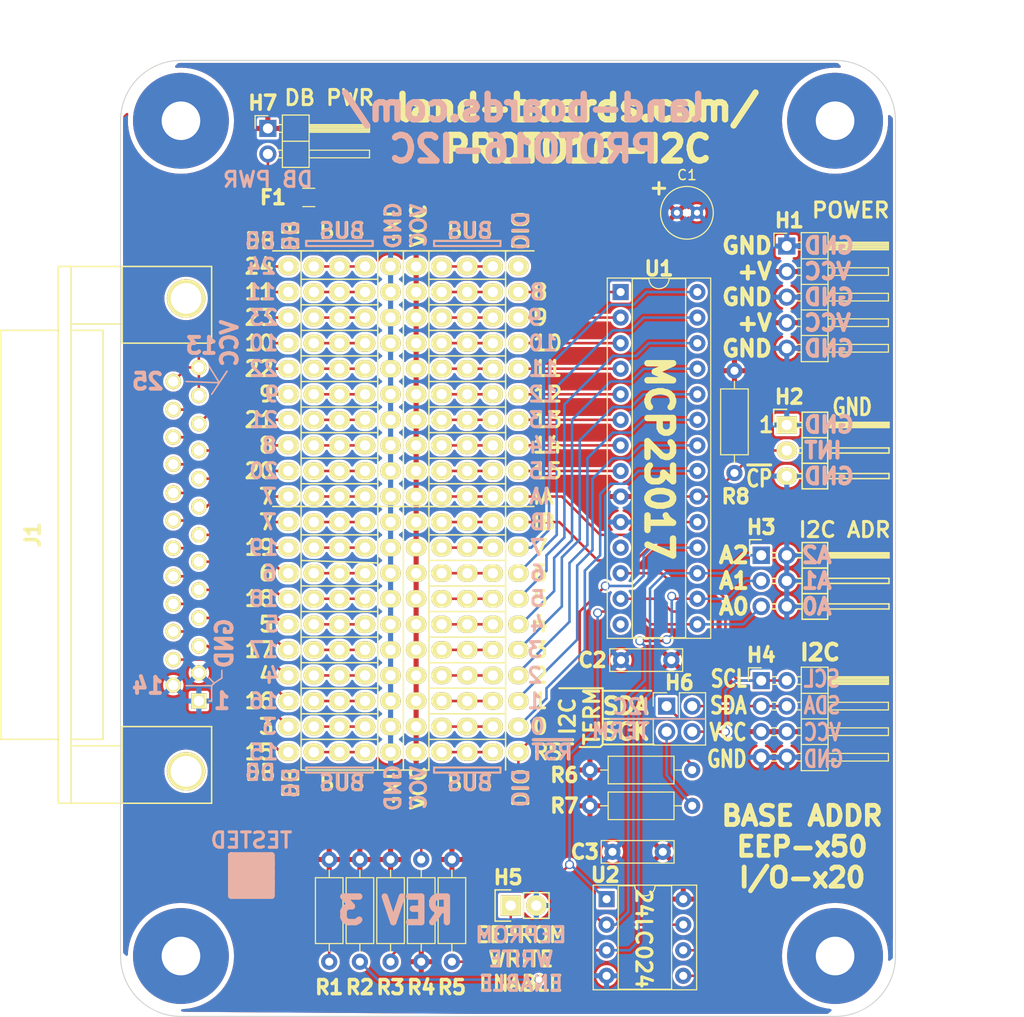
<source format=kicad_pcb>
(kicad_pcb (version 20211014) (generator pcbnew)
  (title_block (title "8-Channel Opto-Isolated Output I2C") (rev "X1") (company "land-boards.com"))
  (layers (0 "F.Cu" signal) (31 "B.Cu" signal) (36 "B.SilkS" user "B.Silkscreen") (37 "F.SilkS" user "F.Silkscreen") (38 "B.Mask" user) (39 "F.Mask" user) (44 "Edge.Cuts" user))
  (net 0 "")
  (net 1 "/A1")
  (net 2 "/A2")
  (net 3 "/SCL")
  (net 4 "/SDA")
  (net 5 "GND")
  (net 6 "/RST")
  (net 7 "Net-(P1-Pad2)")
  (net 8 "Net-(P1-Pad3)")
  (net 9 "Net-(P1-Pad4)")
  (net 10 "Net-(P1-Pad5)")
  (net 11 "Net-(P1-Pad6)")
  (net 12 "Net-(P1-Pad7)")
  (net 13 "Net-(F1-Pad2)")
  (net 14 "Net-(P1-Pad9)")
  (net 15 "+5V")
  (net 16 "Net-(P10-Pad2)")
  (net 17 "Net-(H5-Pad1)")
  (net 18 "Net-(P3-Pad8)")
  (net 19 "Net-(P4-Pad3)")
  (net 20 "Net-(P4-Pad4)")
  (net 21 "Net-(P4-Pad5)")
  (net 22 "Net-(P4-Pad6)")
  (net 23 "Net-(P10-Pad9)")
  (net 24 "Net-(P4-Pad7)")
  (net 25 "Net-(P11-Pad3)")
  (net 26 "Net-(P11-Pad4)")
  (net 27 "Net-(P11-Pad5)")
  (net 28 "Net-(P11-Pad6)")
  (net 29 "Net-(P11-Pad7)")
  (net 30 "Net-(P11-Pad8)")
  (net 31 "Net-(P11-Pad9)")
  (net 32 "Net-(P12-Pad2)")
  (net 33 "Net-(P12-Pad3)")
  (net 34 "Net-(P12-Pad4)")
  (net 35 "Net-(P12-Pad5)")
  (net 36 "Net-(P12-Pad6)")
  (net 37 "Net-(P12-Pad7)")
  (net 38 "Net-(P12-Pad8)")
  (net 39 "Net-(P12-Pad9)")
  (net 40 "Net-(P1-Pad10)")
  (net 41 "Net-(P11-Pad1)")
  (net 42 "Net-(P11-Pad10)")
  (net 43 "Net-(P12-Pad1)")
  (net 44 "Net-(P12-Pad10)")
  (net 45 "Net-(P10-Pad1)")
  (net 46 "Net-(P10-Pad10)")
  (net 47 "Net-(P1-Pad1)")
  (net 48 "Net-(H6-Pad1)")
  (net 49 "Net-(H6-Pad3)")
  (net 50 "/B8")
  (net 51 "/B9")
  (net 52 "/B10")
  (net 53 "/B11")
  (net 54 "/B20")
  (net 55 "/B21")
  (net 56 "/B22")
  (net 57 "/B23")
  (net 58 "/B3")
  (net 59 "/B4")
  (net 60 "/B5")
  (net 61 "/B6")
  (net 62 "/B7")
  (net 63 "/B15")
  (net 64 "/B16")
  (net 65 "/B17")
  (net 66 "/B18")
  (net 67 "/B19")
  (net 68 "/B24")
  (net 69 "/G7")
  (net 70 "/G6")
  (net 71 "/G5")
  (net 72 "/G4")
  (net 73 "/G3")
  (net 74 "/G2")
  (net 75 "/G1")
  (net 76 "/G0")
  (net 77 "/G8")
  (net 78 "/G9")
  (net 79 "/G10")
  (net 80 "/G11")
  (net 81 "/G12")
  (net 82 "/G13")
  (net 83 "/G14")
  (net 84 "/G15")
  (net 85 "/IA")
  (net 86 "/IB")
  (net 87 "/A0")
  (net 88 "Net-(P4-Pad8)")
  (net 89 "Net-(P13-Pad2)")
  (footprint "LandBoards_MountHoles:MTG-6-32" (layer "F.Cu") (at 16 16 180)
    (fp_text reference "MTG4" hide)
    (fp_text value "MTG_HOLE" hide)
  )
  (footprint "LandBoards_MountHoles:MTG-6-32" (layer "F.Cu") (at 81 16 180)
    (fp_text reference "MTG3" hide)
    (fp_text value "MTG_HOLE" hide)
  )
  (footprint "LandBoards_MountHoles:MTG-6-32" (layer "F.Cu") (at 16 99 180)
    (fp_text reference "MTG2" hide)
    (fp_text value "MTG_HOLE" hide)
  )
  (footprint "LandBoards_MountHoles:MTG-6-32" (layer "F.Cu") (at 81 99 180)
    (fp_text reference "MTG1" hide)
    (fp_text value "MTG_HOLE" hide)
  )
  (footprint "Fuse:Fuse_1206_3216Metric_Pad1.42x1.75mm_HandSolder" (layer "F.Cu") (at 28.702 23.622 180)
    (fp_text reference "F1")
    (fp_text value "FUSE")
  )
  (footprint "Pin_Headers:Pin_Header_Straight_1x02" (layer "F.Cu") (at 48.768 93.98 90)
    (fp_text reference "H5")
    (fp_text value "CONN_01X02" hide)
  )
  (footprint "Capacitor_THT:C_Rect_L7.0mm_W2.0mm_P5.00mm" (layer "F.Cu") (at 64.73 69.596 180)
    (fp_text reference "C2")
    (fp_text value "0.1uF")
  )
  (footprint "Capacitor_THT:C_Rect_L7.0mm_W2.0mm_P5.00mm" (layer "F.Cu") (at 63.881 88.646 180)
    (fp_text reference "C3")
    (fp_text value "0.1uF")
  )
  (footprint "Package_DIP:DIP-28_W7.62mm_Socket" (layer "F.Cu") (at 59.69 33.02)
    (fp_text reference "U1")
    (fp_text value "MCP23017P")
  )
  (footprint "Package_DIP:DIP-8_W7.62mm_Socket" (layer "F.Cu") (at 58.293 93.345)
    (fp_text reference "U2")
    (fp_text value "24C01")
  )
  (footprint "Connector_PinHeader_2.54mm:PinHeader_2x04_P2.54mm_Horizontal" (layer "F.Cu") (at 73.66 71.628)
    (fp_text reference "H4")
    (fp_text value "CONN_02X04")
  )
  (footprint "Connector_PinHeader_2.54mm:PinHeader_1x05_P2.54mm_Horizontal" (layer "F.Cu") (at 76.2 28.448)
    (fp_text reference "H1")
    (fp_text value "CONN_01X05")
  )
  (footprint "Resistor_THT:R_Axial_DIN0207_L6.3mm_D2.5mm_P10.16mm_Horizontal" (layer "F.Cu") (at 66.802 80.518 180)
    (fp_text reference "R6")
    (fp_text value "2.2K")
  )
  (footprint "Resistor_THT:R_Axial_DIN0207_L6.3mm_D2.5mm_P10.16mm_Horizontal" (layer "F.Cu") (at 66.802 84.074 180)
    (fp_text reference "R7")
    (fp_text value "2.2K")
  )
  (footprint "Resistor_THT:R_Axial_DIN0207_L6.3mm_D2.5mm_P10.16mm_Horizontal" (layer "F.Cu") (at 71 51 90)
    (fp_text reference "R8")
    (fp_text value "10K")
  )
  (footprint "Resistor_THT:R_Axial_DIN0207_L6.3mm_D2.5mm_P10.16mm_Horizontal" (layer "F.Cu") (at 39.878 89.408 -90)
    (fp_text reference "R4")
    (fp_text value "10K")
  )
  (footprint "Resistor_THT:R_Axial_DIN0207_L6.3mm_D2.5mm_P10.16mm_Horizontal" (layer "F.Cu") (at 42.926 99.568 90)
    (fp_text reference "R5")
    (fp_text value "1K")
  )
  (footprint "Resistor_THT:R_Axial_DIN0207_L6.3mm_D2.5mm_P10.16mm_Horizontal" (layer "F.Cu") (at 33.782 99.568 90)
    (fp_text reference "R2")
    (fp_text value "10K")
  )
  (footprint "Resistor_THT:R_Axial_DIN0207_L6.3mm_D2.5mm_P10.16mm_Horizontal" (layer "F.Cu") (at 36.83 99.568 90)
    (fp_text reference "R3")
    (fp_text value "10K")
  )
  (footprint "Connector_PinHeader_2.54mm:PinHeader_2x02_P2.54mm_Vertical" (layer "F.Cu") (at 64.262 74.168)
    (fp_text reference "H6")
    (fp_text value "CONN_02X02")
  )
  (footprint "Capacitor_THT:C_Radial_D5.0mm_H5.0mm_P2.00mm" (layer "F.Cu") (at 65.278 25.146)
    (fp_text reference "C1")
    (fp_text value "47uF")
  )
  (footprint "LandBoards_Conns:DB25FC" (layer "F.Cu") (at 16.51 57.15 90)
    (fp_text reference "J1")
    (fp_text value "DB25")
  )
  (footprint "LandBoards_Conns:Pin_Hdr_1x10_No_SS" (layer "F.Cu") (at 41.91 30.48)
    (fp_text reference "P1" hide)
    (fp_text value "CONN_01X10" hide)
  )
  (footprint "LandBoards_Conns:Pin_Hdr_1x10_No_SS" (layer "F.Cu") (at 44.45 55.88)
    (fp_text reference "P99" hide)
    (fp_text value "CONN_01X10" hide)
  )
  (footprint "LandBoards_Conns:Pin_Hdr_1x10_No_SS" (layer "F.Cu") (at 46.99 30.48)
    (fp_text reference "P3" hide)
    (fp_text value "CONN_01X10" hide)
  )
  (footprint "LandBoards_Conns:Pin_Hdr_1x10_No_SS" (layer "F.Cu") (at 46.99 55.88)
    (fp_text reference "P4" hide)
    (fp_text value "CONN_01X10" hide)
  )
  (footprint "LandBoards_Conns:Pin_Hdr_1x10_No_SS" (layer "F.Cu") (at 44.45 30.48)
    (fp_text reference "P7" hide)
    (fp_text value "CONN_01X10" hide)
  )
  (footprint "LandBoards_Conns:Pin_Hdr_1x10_No_SS" (layer "F.Cu") (at 41.91 55.88)
    (fp_text reference "P10" hide)
    (fp_text value "CONN_01X10" hide)
  )
  (footprint "LandBoards_Conns:Pin_Hdr_1x10_No_SS" (layer "F.Cu") (at 31.75 55.88)
    (fp_text reference "P11" hide)
    (fp_text value "CONN_01X10" hide)
  )
  (footprint "LandBoards_Conns:Pin_Hdr_1x10_No_SS" (layer "F.Cu") (at 34.29 30.48)
    (fp_text reference "P12" hide)
    (fp_text value "CONN_01X10" hide)
  )
  (footprint "LandBoards_Conns:Pin_Hdr_1x10_No_SS" (layer "F.Cu") (at 29.21 55.88)
    (fp_text reference "P13" hide)
    (fp_text value "CONN_01X10" hide)
  )
  (footprint "LandBoards_Conns:Pin_Hdr_1x10_No_SS" (layer "F.Cu") (at 29.21 30.48)
    (fp_text reference "P14" hide)
    (fp_text value "CONN_01X10" hide)
  )
  (footprint "LandBoards_Conns:Pin_Hdr_1x10_No_SS" (layer "F.Cu") (at 31.75 30.48)
    (fp_text reference "P15" hide)
    (fp_text value "CONN_01X10" hide)
  )
  (footprint "LandBoards_Conns:Pin_Hdr_1x10_No_SS" (layer "F.Cu") (at 34.29 55.88)
    (fp_text reference "P16" hide)
    (fp_text value "CONN_01X10" hide)
  )
  (footprint "LandBoards_Conns:Pin_Hdr_1x10_No_SS" (layer "F.Cu") (at 39.37 55.88)
    (fp_text reference "P5" hide)
    (fp_text value "CONN_01X10" hide)
  )
  (footprint "LandBoards_Conns:Pin_Hdr_1x10_No_SS" (layer "F.Cu") (at 39.37 30.48)
    (fp_text reference "P6" hide)
    (fp_text value "CONN_01X10" hide)
  )
  (footprint "LandBoards_Conns:Pin_Hdr_1x10_No_SS" (layer "F.Cu") (at 36.83 30.48)
    (fp_text reference "P8" hide)
    (fp_text value "CONN_01X10" hide)
  )
  (footprint "LandBoards_Conns:Pin_Hdr_1x10_No_SS" (layer "F.Cu") (at 36.83 55.88)
    (fp_text reference "P9" hide)
    (fp_text value "CONN_01X10" hide)
  )
  (footprint "LandBoards_Conns:Pin_Hdr_1x10_No_SS" (layer "F.Cu") (at 26.67 30.48)
    (fp_text reference "P17" hide)
    (fp_text value "CONN_01X10" hide)
  )
  (footprint "LandBoards_Conns:Pin_Hdr_1x10_No_SS" (layer "F.Cu") (at 26.67 55.88)
    (fp_text reference "P18" hide)
    (fp_text value "CONN_01X10" hide)
  )
  (footprint "LandBoards_Conns:Pin_Hdr_1x10_No_SS" (layer "F.Cu") (at 49.53 55.88)
    (fp_text reference "P19" hide)
    (fp_text value "CONN_01X10" hide)
  )
  (footprint "LandBoards_Conns:Pin_Hdr_1x10_No_SS" (layer "F.Cu") (at 49.53 30.48)
    (fp_text reference "P20" hide)
    (fp_text value "CONN_01X10" hide)
  )
  (footprint "Pin_Headers:Pin_Header_Angled_1x03" (layer "F.Cu") (at 76.2 46.228)
    (fp_text reference "H2")
    (fp_text value "CONN_01X03" hide)
  )
  (footprint "Connector_PinHeader_2.54mm:PinHeader_1x02_P2.54mm_Horizontal" (layer "F.Cu") (at 24.638 16.764)
    (fp_text reference "H7")
    (fp_text value "CONN_01X02")
  )
  (footprint "Pin_Headers:Pin_Header_Angled_2x03" (layer "F.Cu") (at 73.66 59.182)
    (fp_text reference "H3")
    (fp_text value "CONN_02X03" hide)
  )
  (footprint "Resistor_THT:R_Axial_DIN0207_L6.3mm_D2.5mm_P10.16mm_Horizontal" (layer "F.Cu") (at 30.734 99.568 90)
    (fp_text reference "R1")
    (fp_text value "10K")
  )
  (footprint "LandBoards_Marking:TEST_BLK-REAR" (layer "F.Cu") (at 23 91)
    (fp_text reference "TESTED")
    (fp_text value "TESTED_COUPON" hide)
  )
  (gr_line (start 19.304 71.882) (end 20.066 71.374) (layer "B.SilkS") (width 0.15))
  (gr_line (start 18.796 40.386) (end 19.812 42.037) (layer "B.SilkS") (width 0.15))
  (gr_line (start 35.052 27.94) (end 35.052 28.448) (layer "B.SilkS") (width 0.2))
  (gr_line (start 19.05 72.136) (end 19.304 71.882) (layer "B.SilkS") (width 0.15))
  (gr_line (start 41.148 80.772) (end 41.148 80.264) (layer "B.SilkS") (width 0.2))
  (gr_line (start 19.05 72.136) (end 19.05 73.66) (layer "B.SilkS") (width 0.15))
  (gr_line (start 58.674 75.438) (end 68.072 75.438) (layer "B.SilkS") (width 0.15))
  (gr_line (start 20.574 40.894) (end 20.066 41.656) (layer "B.SilkS") (width 0.15))
  (gr_line (start 35.052 28.448) (end 28.448 28.448) (layer "B.SilkS") (width 0.2))
  (gr_line (start 35.052 80.264) (end 35.052 80.772) (layer "B.SilkS") (width 0.2))
  (gr_line (start 16.51 72.136) (end 19.05 72.136) (layer "B.SilkS") (width 0.15))
  (gr_line (start 47.752 28.448) (end 41.148 28.448) (layer "B.SilkS") (width 0.2))
  (gr_line (start 41.148 80.264) (end 47.752 80.264) (layer "B.SilkS") (width 0.2))
  (gr_line (start 16.51 41.91) (end 19.812 42.037) (layer "B.SilkS") (width 0.15))
  (gr_line (start 19.304 71.882) (end 18.796 71.374) (layer "B.SilkS") (width 0.15))
  (gr_line (start 28.448 28.448) (end 28.448 27.94) (layer "B.SilkS") (width 0.2))
  (gr_line (start 41.148 28.448) (end 41.148 27.94) (layer "B.SilkS") (width 0.2))
  (gr_line (start 19.05 73.66) (end 18.796 73.66) (layer "B.SilkS") (width 0.15))
  (gr_line (start 47.752 80.772) (end 41.148 80.772) (layer "B.SilkS") (width 0.2))
  (gr_line (start 41.148 27.94) (end 47.752 27.94) (layer "B.SilkS") (width 0.2))
  (gr_line (start 35.052 80.772) (end 28.448 80.772) (layer "B.SilkS") (width 0.2))
  (gr_line (start 28.448 27.94) (end 35.052 27.94) (layer "B.SilkS") (width 0.2))
  (gr_line (start 20.066 71.374) (end 20.066 70.612) (layer "B.SilkS") (width 0.15))
  (gr_line (start 19.304 71.882) (end 19.177 72.009) (layer "B.SilkS") (width 0.15))
  (gr_line (start 47.752 80.264) (end 47.752 80.772) (layer "B.SilkS") (width 0.2))
  (gr_line (start 19.05 43.18) (end 20.574 40.894) (layer "B.SilkS") (width 0.15))
  (gr_line (start 28.448 80.772) (end 28.448 80.264) (layer "B.SilkS") (width 0.2))
  (gr_line (start 28.448 80.264) (end 35.052 80.264) (layer "B.SilkS") (width 0.2))
  (gr_line (start 47.752 27.94) (end 47.752 28.448) (layer "B.SilkS") (width 0.2))
  (gr_line (start 27.94 69.85) (end 35.56 69.85) (layer "F.SilkS") (width 0.15))
  (gr_line (start 57.912 72.644) (end 57.912 72.39) (layer "F.SilkS") (width 0.2))
  (gr_line (start 40.64 52.07) (end 48.26 52.07) (layer "F.SilkS") (width 0.15))
  (gr_line (start 40.64 64.77) (end 48.26 64.77) (layer "F.SilkS") (width 0.15))
  (gr_line (start 28.448 27.94) (end 35.052 27.94) (layer "F.SilkS") (width 0.2))
  (gr_line (start 57.912 72.39) (end 53.594 72.39) (layer "F.SilkS") (width 0.2))
  (gr_line (start 27.94 67.31) (end 35.56 67.31) (layer "F.SilkS") (width 0.15))
  (gr_line (start 40.64 74.93) (end 48.26 74.93) (layer "F.SilkS") (width 0.15))
  (gr_line (start 40.64 49.53) (end 48.26 49.53) (layer "F.SilkS") (width 0.15))
  (gr_line (start 41.148 80.264) (end 47.752 80.264) (layer "F.SilkS") (width 0.2))
  (gr_line (start 47.752 27.94) (end 47.752 28.448) (layer "F.SilkS") (width 0.2))
  (gr_line (start 40.64 46.99) (end 48.26 46.99) (layer "F.SilkS") (width 0.15))
  (gr_line (start 40.64 34.29) (end 48.26 34.29) (layer "F.SilkS") (width 0.15))
  (gr_line (start 40.64 77.47) (end 48.26 77.47) (layer "F.SilkS") (width 0.15))
  (gr_line (start 27.94 74.93) (end 35.56 74.93) (layer "F.SilkS") (width 0.15))
  (gr_line (start 28.448 28.448) (end 35.052 28.448) (layer "F.SilkS") (width 0.2))
  (gr_line (start 35.56 31.75) (end 35.56 28.93) (layer "F.SilkS") (width 0.15))
  (gr_line (start 28.448 28.448) (end 28.448 27.94) (layer "F.SilkS") (width 0.2))
  (gr_line (start 48.26 28.956) (end 48.26 80.518) (layer "F.SilkS") (width 0.15))
  (gr_line (start 41.148 28.448) (end 41.148 27.94) (layer "F.SilkS") (width 0.2))
  (gr_line (start 47.752 80.772) (end 41.148 80.772) (layer "F.SilkS") (width 0.2))
  (gr_line (start 27.94 57.15) (end 35.56 57.15) (layer "F.SilkS") (width 0.15))
  (gr_line (start 40.64 67.31) (end 48.26 67.31) (layer "F.SilkS") (width 0.15))
  (gr_line (start 57.658 78.232) (end 55.626 78.232) (layer "F.SilkS") (width 0.2))
  (gr_line (start 27.94 72.39) (end 35.56 72.39) (layer "F.SilkS") (width 0.15))
  (gr_line (start 41.148 27.94) (end 47.752 27.94) (layer "F.SilkS") (width 0.2))
  (gr_line (start 27.94 49.53) (end 35.56 49.53) (layer "F.SilkS") (width 0.15))
  (gr_line (start 40.64 31.75) (end 48.26 31.75) (layer "F.SilkS") (width 0.15))
  (gr_line (start 40.64 36.83) (end 48.26 36.83) (layer "F.SilkS") (width 0.15))
  (gr_line (start 40.64 57.15) (end 48.26 57.15) (layer "F.SilkS") (width 0.15))
  (gr_line (start 35.052 80.264) (end 35.052 80.772) (layer "F.SilkS") (width 0.2))
  (gr_line (start 41.148 80.772) (end 41.148 80.264) (layer "F.SilkS") (width 0.2))
  (gr_line (start 35.56 28.93) (end 35.56 80.518) (layer "F.SilkS") (width 0.15))
  (gr_line (start 41.148 28.448) (end 47.752 28.448) (layer "F.SilkS") (width 0.2))
  (gr_line (start 27.94 28.93) (end 27.94 80.518) (layer "F.SilkS") (width 0.15))
  (gr_line (start 57.912 75.438) (end 62.992 75.438) (layer "F.SilkS") (width 0.2))
  (gr_line (start 35.052 27.94) (end 35.052 28.448) (layer "F.SilkS") (width 0.2))
  (gr_line (start 40.64 72.39) (end 48.26 72.39) (layer "F.SilkS") (width 0.15))
  (gr_line (start 27.94 59.69) (end 35.56 59.944) (layer "F.SilkS") (width 0.15))
  (gr_line (start 27.94 64.77) (end 35.56 64.77) (layer "F.SilkS") (width 0.15))
  (gr_line (start 27.94 34.29) (end 35.56 34.29) (layer "F.SilkS") (width 0.15))
  (gr_line (start 38.1 28.93) (end 38.1 80.518) (layer "F.SilkS") (width 0.15))
  (gr_line (start 35.56 80.518) (end 27.94 80.518) (layer "F.SilkS") (width 0.15))
  (gr_line (start 27.94 31.75) (end 35.56 31.75) (layer "F.SilkS") (width 0.15))
  (gr_line (start 38.1 80.518) (end 35.56 80.518) (layer "F.SilkS") (width 0.15))
  (gr_line (start 40.64 39.37) (end 48.26 39.37) (layer "F.SilkS") (width 0.15))
  (gr_line (start 27.94 36.83) (end 35.56 36.83) (layer "F.SilkS") (width 0.15))
  (gr_line (start 40.64 69.85) (end 48.26 69.85) (layer "F.SilkS") (width 0.15))
  (gr_line (start 27.94 41.91) (end 35.56 41.91) (layer "F.SilkS") (width 0.15))
  (gr_line (start 27.94 62.23) (end 35.56 62.23) (layer "F.SilkS") (width 0.15))
  (gr_line (start 40.64 59.69) (end 48.26 59.69) (layer "F.SilkS") (width 0.15))
  (gr_line (start 27.94 46.99) (end 35.56 46.99) (layer "F.SilkS") (width 0.15))
  (gr_line (start 27.94 52.07) (end 35.56 52.07) (layer "F.SilkS") (width 0.15))
  (gr_line (start 38.1 80.518) (end 40.64 80.518) (layer "F.SilkS") (width 0.15))
  (gr_line (start 27.94 77.47) (end 35.56 77.47) (layer "F.SilkS") (width 0.15))
  (gr_line (start 47.752 80.264) (end 47.752 80.772) (layer "F.SilkS") (width 0.2))
  (gr_line (start 40.64 44.45) (end 48.26 44.45) (layer "F.SilkS") (width 0.15))
  (gr_line (start 40.64 80.518) (end 40.64 28.956) (layer "F.SilkS") (width 0.15))
  (gr_line (start 27.94 39.37) (end 35.56 39.37) (layer "F.SilkS") (width 0.15))
  (gr_line (start 35.052 80.772) (end 28.448 80.772) (layer "F.SilkS") (width 0.2))
  (gr_line (start 28.448 80.772) (end 28.448 80.264) (layer "F.SilkS") (width 0.2))
  (gr_line (start 57.912 72.644) (end 57.912 77.978) (layer "F.SilkS") (width 0.2))
  (gr_line (start 28.448 80.264) (end 35.052 80.264) (layer "F.SilkS") (width 0.2))
  (gr_line (start 27.94 44.45) (end 35.56 44.45) (layer "F.SilkS") (width 0.15))
  (gr_line (start 62.992 77.978) (end 57.912 77.978) (layer "F.SilkS") (width 0.2))
  (gr_line (start 40.64 62.23) (end 48.26 62.23) (layer "F.SilkS") (width 0.15))
  (gr_line (start 40.64 41.91) (end 48.26 41.91) (layer "F.SilkS") (width 0.15))
  (gr_line (start 57.912 77.978) (end 57.658 78.232) (layer "F.SilkS") (width 0.2))
  (gr_line (start 62.738 72.644) (end 57.912 72.644) (layer "F.SilkS") (width 0.2))
  (gr_line (start 81 105) (end 16 105) (layer "Edge.Cuts") (width 0.1))
  (gr_arc (start 10 16) (mid 11.757359 11.757359) (end 16 10) (layer "Edge.Cuts") (width 0.1))
  (gr_line (start 87 99) (end 87 16) (layer "Edge.Cuts") (width 0.1))
  (gr_arc (start 87 99) (mid 85.242641 103.242641) (end 81 105) (layer "Edge.Cuts") (width 0.1))
  (gr_arc (start 16 105) (mid 11.757359 103.242641) (end 10 99) (layer "Edge.Cuts") (width 0.1))
  (gr_arc (start 81 10) (mid 85.242641 11.757359) (end 87 16) (layer "Edge.Cuts") (width 0.1))
  (gr_line (start 10 99) (end 10 16) (layer "Edge.Cuts") (width 0.1))
  (gr_line (start 16 10) (end 81 10) (layer "Edge.Cuts") (width 0.1))
  (gr_text "9" (at 24.13 43.18) (layer "B.SilkS") (effects (font (size 1.5 1.5) (thickness 0.3)) (justify right mirror)))
  (gr_text "21" (at 22.606 45.72) (layer "B.SilkS") (effects (font (size 1.5 1.5) (thickness 0.3)) (justify right mirror)))
  (gr_text "I2C\nTERM" (at 62.738 75.438) (layer "B.SilkS") (effects (font (size 1.5 1.5) (thickness 0.3)) (justify left mirror)))
  (gr_text "3" (at 52.07 68.58) (layer "B.SilkS") (effects (font (size 1.5 1.5) (thickness 0.3)) (justify left mirror)))
  (gr_text "15" (at 53.594 50.8) (layer "B.SilkS") (effects (font (size 1.5 1.5) (thickness 0.3)) (justify left mirror)))
  (gr_text "DIO" (at 49.784 26.924 90) (layer "B.SilkS") (effects (font (size 1.5 1.5) (thickness 0.3)) (justify mirror)))
  (gr_text "7" (at 52.324 58.42) (layer "B.SilkS") (effects (font (size 1.5 1.5) (thickness 0.3)) (justify left mirror)))
  (gr_text "17" (at 22.606 68.58) (layer "B.SilkS") (effects (font (size 1.5 1.5) (thickness 0.3)) (justify right mirror)))
  (gr_text "23" (at 22.606 35.56) (layer "B.SilkS") (effects (font (size 1.5 1.5) (thickness 0.3)) (justify right mirror)))
  (gr_text "IA" (at 52.832 53.34) (layer "B.SilkS") (effects (font (size 1.5 1.5) (thickness 0.3)) (justify left mirror)))
  (gr_text "DB" (at 23.876 80.772) (layer "B.SilkS") (effects (font (size 1.5 1.5) (thickness 0.3)) (justify mirror)))
  (gr_text "GND" (at 37.084 82.296 90) (layer "B.SilkS") (effects (font (size 1.5 1.5) (thickness 0.3)) (justify mirror)))
  (gr_text "BUS" (at 32.004 81.788) (layer "B.SilkS") (effects (font (size 1.5 1.5) (thickness 0.3)) (justify mirror)))
  (gr_text "BUS" (at 44.704 81.788) (layer "B.SilkS") (effects (font (size 1.5 1.5) (thickness 0.3)) (justify mirror)))
  (gr_text "GND" (at 37.084 26.416 90) (layer "B.SilkS") (effects (font (size 1.5 1.5) (thickness 0.3)) (justify mirror)))
  (gr_text "12" (at 53.594 43.18) (layer "B.SilkS") (effects (font (size 1.5 1.5) (thickness 0.3)) (justify left mirror)))
  (gr_text "land-boards.com/\nPROTO16-I2C" (at 50.038 16.764) (layer "B.SilkS") (effects (font (size 2.54 2.54) (thickness 0.635)) (justify mirror)))
  (gr_text "3" (at 23.876 76.2) (layer "B.SilkS") (effects (font (size 1.5 1.5) (thickness 0.3)) (justify right mirror)))
  (gr_text "13" (at 53.594 45.72) (layer "B.SilkS") (effects (font (size 1.5 1.5) (thickness 0.3)) (justify left mirror)))
  (gr_text "4" (at 52.324 66.04) (layer "B.SilkS") (effects (font (size 1.5 1.5) (thickness 0.3)) (justify left mirror)))
  (gr_text "A2\nA1\nA0" (at 77.47 61.722) (layer "B.SilkS") (effects (font (size 1.5875 1.5875) (thickness 0.396875)) (justify right mirror)))
  (gr_text "BUS" (at 32.004 26.924) (layer "B.SilkS") (effects (font (size 1.5 1.5) (thickness 0.3)) (justify mirror)))
  (gr_text "8" (at 23.876 48.26) (layer "B.SilkS") (effects (font (size 1.5 1.5) (thickness 0.3)) (justify right mirror)))
  (gr_text "13" (at 16.256 38.354) (layer "B.SilkS") (effects (font (size 1.5875 1.5875) (thickness 0.396875)) (justify right mirror)))
  (gr_text "6" (at 52.324 60.96) (layer "B.SilkS") (effects (font (size 1.5 1.5) (thickness 0.3)) (justify left mirror)))
  (gr_text "~{RST}" (at 55.118 78.74) (layer "B.SilkS") (effects (font (size 1.5 1.5) (thickness 0.3)) (justify left mirror)))
  (gr_text "0" (at 52.324 76.2) (layer "B.SilkS") (effects (font (size 1.5 1.5) (thickness 0.3)) (justify left mirror)))
  (gr_text "DB" (at 26.924 81.788 90) (layer "B.SilkS") (effects (font (size 1.5 1.5) (thickness 0.3)) (justify mirror)))
  (gr_text "5" (at 52.324 63.5) (layer "B.SilkS") (effects (font (size 1.5 1.5) (thickness 0.3)) (justify left mirror)))
  (gr_text "22" (at 22.606 40.64) (layer "B.SilkS") (effects (font (size 1.5 1.5) (thickness 0.3)) (justify right mirror)))
  (gr_text "REV 3" (at 31.242 94.488) (layer "B.SilkS") (effects (font (size 2.54 2.54) (thickness 0.635)) (justify right mirror)))
  (gr_text "VCC" (at 20.828 40.64 90) (layer "B.SilkS") (effects (font (size 1.5875 1.5875) (thickness 0.396875)) (justify right mirror)))
  (gr_text "DB" (at 26.924 27.432 90) (layer "B.SilkS") (effects (font (size 1.5 1.5) (thickness 0.3)) (justify mirror)))
  (gr_text "14" (at 53.594 48.26) (layer "B.SilkS") (effects (font (size 1.5 1.5) (thickness 0.3)) (justify left mirror)))
  (gr_text "18" (at 22.606 63.5) (layer "B.SilkS") (effects (font (size 1.5 1.5) (thickness 0.3)) (justify right mirror)))
  (gr_text "GND\nVCC\nGND\nVCC\nGND" (at 77.724 33.528) (layer "B.SilkS") (effects (font (size 1.5875 1.5875) (thickness 0.396875)) (justify right mirror)))
  (gr_text "5" (at 24.13 66.04) (layer "B.SilkS") (effects (font (size 1.5 1.5) (thickness 0.3)) (justify right mirror)))
  (gr_text "20" (at 22.606 50.8) (layer "B.SilkS") (effects (font (size 1.5 1.5) (thickness 0.3)) (justify right mirror)))
  (gr_text "SCL\nSDA\nVCC\nGND" (at 77.724 75.438) (layer "B.SilkS") (effects (font (size 1.651 1.27) (thickness 0.3)) (justify right mirror)))
  (gr_text "10" (at 22.606 38.1) (layer "B.SilkS") (effects (font (size 1.5 1.5) (thickness 0.3)) (justify right mirror)))
  (gr_text "DB PWR" (at 24.638 21.844) (layer "B.SilkS") (effects (font (size 1.5 1.5) (thickness 0.3)) (justify mirror)))
  (gr_text "1" (at 19.05 73.66) (layer "B.SilkS") (effects (font (size 1.5875 1.5875) (thickness 0.396875)) (justify right mirror)))
  (gr_text "1" (at 52.07 73.66) (layer "B.SilkS") (effects (font (size 1.5 1.5) (thickness 0.3)) (justify left mirror)))
  (gr_text "VCC" (at 39.624 26.416 90) (layer "B.SilkS") (effects (font (size 1.5 1.5) (thickness 0.3)) (justify mirror)))
  (gr_text "GND\nINT\nGND" (at 77.724 48.768) (layer "B.SilkS") (effects (font (size 1.5875 1.5875) (thickness 0.396875)) (justify right mirror)))
  (gr_text "15" (at 22.606 78.74) (layer "B.SilkS") (effects (font (size 1.5 1.5) (thickness 0.3)) (justify right mirror)))
  (gr_text "16" (at 22.606 73.66) (layer "B.SilkS") (effects (font (size 1.5 1.5) (thickness 0.3)) (justify right mirror)))
  (gr_text "BUS" (at 44.704 26.924) (layer "B.SilkS") (effects (font (size 1.5 1.5) (thickness 0.3)) (justify mirror)))
  (gr_text "7" (at 23.876 53.34) (layer "B.SilkS") (effects (font (size 1.5 1.5) (thickness 0.3)) (justify right mirror)))
  (gr_text "2" (at 52.07 71.12) (layer "B.SilkS") (effects (font (size 1.5 1.5) (thickness 0.3)) (justify left mirror)))
  (gr_text "DIO" (at 49.784 82.296 90) (layer "B.SilkS") (effects (font (size 1.5 1.5) (thickness 0.3)) (justify mirror)))
  (gr_text "7" (at 23.876 55.88) (layer "B.SilkS") (effects (font (size 1.5 1.5) (thickness 0.3)) (justify right mirror)))
  (gr_text "19" (at 22.606 58.42) (layer "B.SilkS") (effects (font (size 1.5 1.5) (thickness 0.3)) (justify right mirror)))
  (gr_text "24" (at 22.352 30.48) (layer "B.SilkS") (effects (font (size 1.5 1.5) (thickness 0.3)) (justify right mirror)))
  (gr_text "25" (at 10.922 41.91) (layer "B.SilkS") (effects (font (size 1.5875 1.5875) (thickness 0.396875)) (justify right mirror)))
  (gr_text "4" (at 24.13 71.12) (layer "B.SilkS") (effects (font (size 1.5 1.5) (thickness 0.3)) (justify right mirror)))
  (gr_text "14" (at 10.922 72.136) (layer "B.SilkS") (effects (font (size 1.5875 1.5875) (thickness 0.396875)) (justify right mirror)))
  (gr_text "11" (at 53.594 40.64) (layer "B.SilkS") (effects (font (size 1.5 1.5) (thickness 0.3)) (justify left mirror)))
  (gr_text "10" (at 53.594 38.1) (layer "B.SilkS") (effects (font (size 1.5 1.5) (thickness 0.3)) (justify left mirror)))
  (gr_text "GND" (at 20.32 70.612 90) (layer "B.SilkS") (effects (font (size 1.5875 1.5875) (thickness 0.396875)) (justify right mirror)))
  (gr_text "IB" (at 53.086 55.88) (layer "B.SilkS") (effects (font (size 1.5 1.5) (thickness 0.3)) (justify left mirror)))
  (gr_text "6" (at 23.876 60.96) (layer "B.SilkS") (effects (font (size 1.5 1.5) (thickness 0.3)) (justify right mirror)))
  (gr_text "8" (at 52.324 33.02) (layer "B.SilkS") (effects (font (size 1.5 1.5) (thickness 0.3)) (justify left mirror)))
  (gr_text "9" (at 52.07 35.56) (layer "B.SilkS") (effects (font (size 1.5 1.5) (thickness 0.3)) (justify left mirror)))
  (gr_text "VCC" (at 39.624 82.296 90) (layer "B.SilkS") (effects (font (size 1.5 1.5) (thickness 0.3)) (justify mirror)))
  (gr_text "EEPROM\nWRITE\nENABLE" (at 49.784 99.314) (layer "B.SilkS") (effects (font (size 1.5 1.5) (thickness 0.3)) (justify mirror)))
  (gr_text "11" (at 22.352 33.02) (layer "B.SilkS") (effects (font (size 1.5 1.5) (thickness 0.3)) (justify right mirror)))
  (gr_text "DB" (at 23.876 27.94) (layer "B.SilkS") (effects (font (size 1.5 1.5) (thickness 0.3)) (justify mirror)))
  (gr_text "POWER" (at 82.55 24.892) (layer "F.SilkS") (effects (font (size 1.5 1.5) (thickness 0.3))))
  (gr_text "GND" (at 37.084 82.296 90) (layer "F.SilkS") (effects (font (size 1.5 1.5) (thickness 0.3))))
  (gr_text "13" (at 50.8 45.72) (layer "F.SilkS") (effects (font (size 1.5 1.5) (thickness 0.3)) (justify left)))
  (gr_text "15" (at 25.4 78.74) (layer "F.SilkS") (effects (font (size 1.5 1.5) (thickness 0.3)) (justify right)))
  (gr_text "+" (at 63.5 22.606) (layer "F.SilkS") (effects (font (size 1.5 1.5) (thickness 0.3))))
  (gr_text "5" (at 50.8 63.5) (layer "F.SilkS") (effects (font (size 1.5 1.5) (thickness 0.3)) (justify left)))
  (gr_text "10" (at 50.8 38.1) (layer "F.SilkS") (effects (font (size 1.5 1.5) (thickness 0.3)) (justify left)))
  (gr_text "I2C\nTERM" (at 55.626 75.184 90) (layer "F.SilkS") (effects (font (size 1.5 1.5) (thickness 0.3))))
  (gr_text "0" (at 50.8 76.2) (layer "F.SilkS") (effects (font (size 1.5 1.5) (thickness 0.3)) (justify left)))
  (gr_text "23" (at 25.4 35.56) (layer "F.SilkS") (effects (font (size 1.5 1.5) (thickness 0.3)) (justify right)))
  (gr_text "7" (at 25.4 53.34) (layer "F.SilkS") (effects (font (size 1.5 1.5) (thickness 0.3)) (justify right)))
  (gr_text "9" (at 25.4 43.18) (layer "F.SilkS") (effects (font (size 1.5 1.5) (thickness 0.3)) (justify right)))
  (gr_text "~{RST}" (at 50.8 78.74) (layer "F.SilkS") (effects (font (size 1.5 1.5) (thickness 0.3)) (justify left)))
  (gr_text "BUS" (at 44.704 26.924) (layer "F.SilkS") (effects (font (size 1.5 1.5) (thickness 0.3))))
  (gr_text "I2C" (at 79.502 68.834) (layer "F.SilkS") (effects (font (size 1.5875 1.5875) (thickness 0.396875))))
  (gr_text "VCC" (at 39.624 26.416 90) (layer "F.SilkS") (effects (font (size 1.5 1.5) (thickness 0.3))))
  (gr_text "24" (at 25.4 30.48) (layer "F.SilkS") (effects (font (size 1.5 1.5) (thickness 0.3)) (justify right)))
  (gr_text "16" (at 25.4 73.66) (layer "F.SilkS") (effects (font (size 1.5 1.5) (thickness 0.3)) (justify right)))
  (gr_text "~{CP}" (at 74.93 51.562) (layer "F.SilkS") (effects (font (size 1.651 1.27) (thickness 0.3)) (justify right)))
  (gr_text "IA" (at 50.8 53.34) (layer "F.SilkS") (effects (font (size 1.5 1.5) (thickness 0.3)) (justify left)))
  (gr_text "BUS" (at 32.004 26.924) (layer "F.SilkS") (effects (font (size 1.5 1.5) (thickness 0.3))))
  (gr_text "MCP23017" (at 63.5 49.53 270) (layer "F.SilkS") (effects (font (size 2.54 2.54) (thickness 0.635))))
  (gr_text "GND" (at 84.836 44.45) (layer "F.SilkS") (effects (font (size 1.651 1.27) (thickness 0.3)) (justify right)))
  (gr_text "8" (at 25.4 48.26) (layer "F.SilkS") (effects (font (size 1.5 1.5) (thickness 0.3)) (justify right)))
  (gr_text "19" (at 25.4 58.42) (layer "F.SilkS") (effects (font (size 1.5 1.5) (thickness 0.3)) (justify right)))
  (gr_text "12" (at 50.8 43.18) (layer "F.SilkS") (effects (font (size 1.5 1.5) (thickness 0.3)) (justify left)))
  (gr_text "20" (at 25.4 50.8) (layer "F.SilkS") (effects (font (size 1.5 1.5) (thickness 0.3)) (justify right)))
  (gr_text "DB" (at 26.924 27.432 90) (layer "F.SilkS") (effects (font (size 1.5 1.5) (thickness 0.3))))
  (gr_text "BUS" (at 44.704 81.788) (layer "F.SilkS") (effects (font (size 1.5 1.5) (thickness 0.3))))
  (gr_text "DB" (at 23.876 80.772) (layer "F.SilkS") (effects (font (size 1.5 1.5) (thickness 0.3))))
  (gr_text "11" (at 25.4 33.02) (layer "F.SilkS") (effects (font (size 1.5 1.5) (thickness 0.3)) (justify right)))
  (gr_text "2" (at 50.8 71.12) (layer "F.SilkS") (effects (font (size 1.5 1.5) (thickness 0.3)) (justify left)))
  (gr_text "GND" (at 37.084 26.416 90) (layer "F.SilkS") (effects (font (size 1.5 1.5) (thickness 0.3))))
  (gr_text "6" (at 25.4 60.96) (layer "F.SilkS") (effects (font (size 1.5 1.5) (thickness 0.3)) (justify right)))
  (gr_text "SDA\nSCK" (at 60.198 75.438) (layer "F.SilkS") (effects (font (size 1.5875 1.5875) (thickness 0.396875))))
  (gr_text "GND\n+V\nGND\n+V\nGND" (at 74.93 33.528) (layer "F.SilkS") (effects (font (size 1.5875 1.5875) (thickness 0.396875)) (justify right)))
  (gr_text "24LC024" (at 61.976 97.282 270) (layer "F.SilkS") (effects (font (size 1.5 1.5) (thickness 0.3))))
  (gr_text "VCC" (at 39.624 82.296 90) (layer "F.SilkS") (effects (font (size 1.5 1.5) (thickness 0.3))))
  (gr_text "DIO" (at 49.784 82.296 90) (layer "F.SilkS") (effects (font (size 1.5 1.5) (thickness 0.3))))
  (gr_text "DB PWR" (at 30.734 13.716) (layer "F.SilkS") (effects (font (size 1.5 1.5) (thickness 0.3))))
  (gr_text "DB" (at 26.924 81.788 90) (layer "F.SilkS") (effects (font (size 1.5 1.5) (thickness 0.3))))
  (gr_text "I2C ADR" (at 77.216 56.642) (layer "F.SilkS") (effects (font (size 1.5 1.5) (thickness 0.3)) (justify left)))
  (gr_text "9" (at 50.8 35.56) (layer "F.SilkS") (effects (font (size 1.5 1.5) (thickness 0.3)) (justify left)))
  (gr_text "4" (at 25.4 71.12) (layer "F.SilkS") (effects (font (size 1.5 1.5) (thickness 0.3)) (justify right)))
  (gr_text "21" (at 25.4 45.72) (layer "F.SilkS") (effects (font (size 1.5 1.5) (thickness 0.3)) (justify right)))
  (gr_text "EEPROM\nWRITE\nENABLE" (at 49.784 99.314) (layer "F.SilkS") (effects (font (size 1.5 1.5) (thickness 0.3))))
  (gr_text "11" (at 50.8 40.64) (layer "F.SilkS") (effects (font (size 1.5 1.5) (thickness 0.3)) (justify left)))
  (gr_text "5" (at 25.4 66.04) (layer "F.SilkS") (effects (font (size 1.5 1.5) (thickness 0.3)) (justify right)))
  (gr_text "22" (at 25.4 40.64) (layer "F.SilkS") (effects (font (size 1.5 1.5) (thickness 0.3)) (justify right)))
  (gr_text "6" (at 50.8 60.96) (layer "F.SilkS") (effects (font (size 1.5 1.5) (thickness 0.3)) (justify left)))
  (gr_text "17" (at 25.4 68.58) (layer "F.SilkS") (effects (font (size 1.5 1.5) (thickness 0.3)) (justify right)))
  (gr_text "10" (at 25.4 38.1) (layer "F.SilkS") (effects (font (size 1.5 1.5) (thickness 0.3)) (justify right)))
  (gr_text "15" (at 50.8 50.8) (layer "F.SilkS") (effects (font (size 1.5 1.5) (thickness 0.3)) (justify left)))
  (gr_text "7" (at 25.4 55.88) (layer "F.SilkS") (effects (font (size 1.5 1.5) (thickness 0.3)) (justify right)))
  (gr_text "4" (at 50.8 66.04) (layer "F.SilkS") (effects (font (size 1.5 1.5) (thickness 0.3)) (justify left)))
  (gr_text "1" (at 50.8 73.66) (layer "F.SilkS") (effects (font (size 1.5 1.5) (thickness 0.3)) (justify left)))
  (gr_text "BUS" (at 32.004 81.788) (layer "F.SilkS") (effects (font (size 1.5 1.5) (thickness 0.3))))
  (gr_text "3" (at 50.8 68.58) (layer "F.SilkS") (effects (font (size 1.5 1.5) (thickness 0.3)) (justify left)))
  (gr_text "8" (at 50.8 33.02) (layer "F.SilkS") (effects (font (size 1.5 1.5) (thickness 0.3)) (justify left)))
  (gr_text "land-boards.com/\nPROTO16-I2C" (at 55.372 16.764) (layer "F.SilkS") (effects (font (size 2.54 2.54) (thickness 0.635))))
  (gr_text "18" (at 25.4 63.5) (layer "F.SilkS") (effects (font (size 1.5 1.5) (thickness 0.3)) (justify right)))
  (gr_text "3" (at 25.4 76.2) (layer "F.SilkS") (effects (font (size 1.5 1.5) (thickness 0.3)) (justify right)))
  (gr_text "14" (at 50.8 48.26) (layer "F.SilkS") (effects (font (size 1.5 1.5) (thickness 0.3)) (justify left)))
  (gr_text "BASE ADDR\nEEP-x50\nI/O-x20" (at 77.724 88.138) (layer "F.SilkS") (effects (font (size 1.905 1.905) (thickness 0.47625))))
  (gr_text "DB" (at 23.876 27.94) (layer "F.SilkS") (effects (font (size 1.5 1.5) (thickness 0.3))))
  (gr_text "IB" (at 50.8 55.88) (layer "F.SilkS") (effects (font (size 1.5 1.5) (thickness 0.3)) (justify left)))
  (gr_text "DIO" (at 49.784 26.924 90) (layer "F.SilkS") (effects (font (size 1.5 1.5) (thickness 0.3))))
  (gr_text "SCL\nSDA\nVCC\nGND" (at 72.39 75.438) (layer "F.SilkS") (effects (font (size 1.651 1.27) (thickness 0.3175)) (justify right)))
  (gr_text "7" (at 50.8 58.42) (layer "F.SilkS") (effects (font (size 1.5 1.5) (thickness 0.3)) (justify left)))
  (gr_text "A2\nA1\nA0" (at 72.644 61.722) (layer "F.SilkS") (effects (font (size 1.5875 1.5875) (thickness 0.396875)) (justify right)))
  (gr_text "1" (at 74.168 46.228) (layer "F.SilkS") (effects (font (size 1.5 1.5) (thickness 0.3))))
  (segment (start 58.039 95.885) (end 53.34 91.186) (width 0.254) (layer "F.Cu") (net 1))
  (segment (start 53.34 91.186) (end 46.99 91.186) (width 0.254) (layer "F.Cu") (net 1))
  (segment (start 43.688 96.266) (end 45.974 93.98) (width 0.254) (layer "F.Cu") (net 1))
  (segment (start 45.974 93.98) (end 45.974 92.202) (width 0.254) (layer "F.Cu") (net 1))
  (segment (start 45.974 92.202) (end 46.99 91.186) (width 0.254) (layer "F.Cu") (net 1))
  (segment (start 36.83 99.06) (end 39.624 96.266) (width 0.254) (layer "F.Cu") (net 1))
  (segment (start 39.624 96.266) (end 43.688 96.266) (width 0.254) (layer "F.Cu") (net 1))
  (segment (start 64.135 67.691) (end 64.262 67.564) (width 0.254) (layer "F.Cu") (net 1))
  (segment (start 64.77 63.246) (end 65.024 63.5) (width 0.254) (layer "F.Cu") (net 1))
  (segment (start 65.024 63.5) (end 67.31 63.5) (width 0.254) (layer "F.Cu") (net 1))
  (segment (start 36.83 99.568) (end 36.83 99.06) (width 0.254) (layer "F.Cu") (net 1))
  (segment (start 58.293 95.885) (end 58.039 95.885) (width 0.254) (layer "F.Cu") (net 1))
  (segment (start 61.595 67.691) (end 64.135 67.691) (width 0.254) (layer "F.Cu") (net 1))
  (via (at 64.77 63.246) (size 0.889) (drill 0.635) (layers "F.Cu" "B.Cu") (net 1))
  (via (at 64.262 67.564) (size 0.889) (drill 0.635) (layers "F.Cu" "B.Cu") (net 1))
  (via (at 61.595 67.691) (size 0.889) (drill 0.635) (layers "F.Cu" "B.Cu") (net 1))
  (segment (start 59.182 95.885) (end 60.452 94.615) (width 0.254) (layer "B.Cu") (net 1))
  (segment (start 60.452 94.615) (end 60.452 73.279) (width 0.254) (layer "B.Cu") (net 1))
  (segment (start 60.452 73.279) (end 62.102998 71.628002) (width 0.254) (layer "B.Cu") (net 1))
  (segment (start 62.102998 71.628002) (end 62.102998 68.198998) (width 0.254) (layer "B.Cu") (net 1))
  (segment (start 62.102998 68.198998) (end 61.595 67.691) (width 0.254) (layer "B.Cu") (net 1))
  (segment (start 64.262 67.564) (end 64.77 67.056) (width 0.254) (layer "B.Cu") (net 1))
  (segment (start 64.77 67.056) (end 64.77 63.246) (width 0.254) (layer "B.Cu") (net 1))
  (segment (start 70.358 63.5) (end 72.136 61.722) (width 0.254) (layer "B.Cu") (net 1))
  (segment (start 72.136 61.722) (end 73.66 61.722) (width 0.254) (layer "B.Cu") (net 1))
  (segment (start 67.31 63.5) (end 70.358 63.5) (width 0.254) (layer "B.Cu") (net 1))
  (segment (start 58.293 95.885) (end 59.182 95.885) (width 0.254) (layer "B.Cu") (net 1))
  (segment (start 51.562 101.473) (end 54.61 98.425) (width 0.254) (layer "F.Cu") (net 2))
  (segment (start 54.61 98.425) (end 58.293 98.425) (width 0.254) (layer "F.Cu") (net 2))
  (segment (start 51.562 101.346) (end 51.6255 101.4095) (width 0.254) (layer "F.Cu") (net 2))
  (segment (start 51.6255 101.4095) (end 51.6255 101.473) (width 0.254) (layer "F.Cu") (net 2))
  (segment (start 51.6255 101.473) (end 51.562 101.473) (width 0.254) (layer "F.Cu") (net 2))
  (via (at 51.562 101.346) (size 0.889) (drill 0.635) (layers "F.Cu" "B.Cu") (net 2))
  (segment (start 64.135 60.96) (end 62.611 62.484) (width 0.254) (layer "B.Cu") (net 2))
  (segment (start 62.611 62.484) (end 62.611 72.898) (width 0.254) (layer "B.Cu") (net 2))
  (segment (start 62.611 72.898) (end 61.468 74.041) (width 0.254) (layer "B.Cu") (net 2))
  (segment (start 60.579 98.425) (end 61.468 97.536) (width 0.254) (layer "B.Cu") (net 2))
  (segment (start 61.468 97.536) (end 61.468 74.041) (width 0.254) (layer "B.Cu") (net 2))
  (segment (start 35.56 101.346) (end 51.562 101.346) (width 0.254) (layer "B.Cu") (net 2))
  (segment (start 70.104 60.96) (end 71.882 59.182) (width 0.254) (layer "B.Cu") (net 2))
  (segment (start 71.882 59.182) (end 73.66 59.182) (width 0.254) (layer "B.Cu") (net 2))
  (segment (start 67.31 60.96) (end 64.135 60.96) (width 0.254) (layer "B.Cu") (net 2))
  (segment (start 33.782 99.568) (end 35.56 101.346) (width 0.254) (layer "B.Cu") (net 2))
  (segment (start 58.293 98.425) (end 60.579 98.425) (width 0.254) (layer "B.Cu") (net 2))
  (segment (start 67.31 60.96) (end 70.104 60.96) (width 0.254) (layer "B.Cu") (net 2))
  (segment (start 65.024 62.23) (end 63.754 60.96) (width 0.254) (layer "F.Cu") (net 3))
  (segment (start 63.754 60.96) (end 59.69 60.96) (width 0.254) (layer "F.Cu") (net 3))
  (segment (start 70.104 96.266) (end 67.945 98.425) (width 0.254) (layer "F.Cu") (net 3))
  (segment (start 67.945 98.425) (end 65.913 98.425) (width 0.254) (layer "F.Cu") (net 3))
  (segment (start 70.104 76.708) (end 70.104 96.266) (width 0.254) (layer "F.Cu") (net 3))
  (segment (start 71.374 71.628) (end 70.104 70.358) (width 0.254) (layer "F.Cu") (net 3))
  (segment (start 70.104 70.358) (end 70.104 63.5) (width 0.254) (layer "F.Cu") (net 3))
  (segment (start 70.104 63.5) (end 68.834 62.23) (width 0.254) (layer "F.Cu") (net 3))
  (segment (start 66.802 76.708) (end 70.104 76.708) (width 0.254) (layer "F.Cu") (net 3))
  (segment (start 73.66 71.628) (end 71.374 71.628) (width 0.254) (layer "F.Cu") (net 3))
  (segment (start 73.66 71.628) (end 76.2 71.628) (width 0.254) (layer "F.Cu") (net 3))
  (segment (start 65.024 62.23) (end 68.834 62.23) (width 0.254) (layer "F.Cu") (net 3))
  (via (at 70.104 76.708) (size 0.889) (drill 0.635) (layers "F.Cu" "B.Cu") (net 3))
  (segment (start 70.104 72.644) (end 71.12 71.628) (width 0.254) (layer "B.Cu") (net 3))
  (segment (start 71.12 71.628) (end 73.66 71.628) (width 0.254) (layer "B.Cu") (net 3))
  (segment (start 70.104 76.708) (end 70.104 72.644) (width 0.254) (layer "B.Cu") (net 3))
  (segment (start 63.5 63.5) (end 64.77 64.77) (width 0.254) (layer "F.Cu") (net 4))
  (segment (start 68.453 100.965) (end 70.993 98.425) (width 0.254) (layer "F.Cu") (net 4))
  (segment (start 70.993 98.425) (end 70.993 74.168) (width 0.254) (layer "F.Cu") (net 4))
  (segment (start 68.072 64.77) (end 68.834 65.532) (width 0.254) (layer "F.Cu") (net 4))
  (segment (start 68.834 65.532) (end 68.834 74.168) (width 0.254) (layer "F.Cu") (net 4))
  (segment (start 68.834 74.168) (end 70.993 74.168) (width 0.254) (layer "F.Cu") (net 4))
  (segment (start 66.802 74.168) (end 68.834 74.168) (width 0.254) (layer "F.Cu") (net 4))
  (segment (start 73.66 74.168) (end 70.993 74.168) (width 0.254) (layer "F.Cu") (net 4))
  (segment (start 73.66 74.168) (end 76.2 74.168) (width 0.254) (layer "F.Cu") (net 4))
  (segment (start 65.913 100.965) (end 68.453 100.965) (width 0.254) (layer "F.Cu") (net 4))
  (segment (start 59.69 63.5) (end 63.5 63.5) (width 0.254) (layer "F.Cu") (net 4))
  (segment (start 64.77 64.77) (end 68.072 64.77) (width 0.254) (layer "F.Cu") (net 4))
  (segment (start 55.626 72.644) (end 55.626 64.77) (width 0.254) (layer "F.Cu") (net 6))
  (segment (start 55.626 64.77) (end 58.166 62.23) (width 0.254) (layer "F.Cu") (net 6))
  (segment (start 39.878 87.376) (end 41.148 86.106) (width 0.254) (layer "F.Cu") (net 6))
  (segment (start 41.148 86.106) (end 48.26 86.106) (width 0.254) (layer "F.Cu") (net 6))
  (segment (start 48.26 86.106) (end 49.53 84.836) (width 0.254) (layer "F.Cu") (net 6))
  (segment (start 49.53 84.836) (end 49.53 78.74) (width 0.254) (layer "F.Cu") (net 6))
  (segment (start 49.53 78.74) (end 55.626 72.644) (width 0.254) (layer "F.Cu") (net 6))
  (segment (start 39.878 89.408) (end 39.878 87.376) (width 0.254) (layer "F.Cu") (net 6))
  (via (at 58.166 62.23) (size 0.889) (drill 0.635) (layers "F.Cu" "B.Cu") (net 6))
  (segment (start 62.738 58.42) (end 61.976 59.182) (width 0.254) (layer "B.Cu") (net 6))
  (segment (start 61.976 59.182) (end 61.976 61.214) (width 0.254) (layer "B.Cu") (net 6))
  (segment (start 61.976 61.214) (end 60.96 62.23) (width 0.254) (layer "B.Cu") (net 6))
  (segment (start 60.96 62.23) (end 58.166 62.23) (width 0.254) (layer "B.Cu") (net 6))
  (segment (start 67.31 58.42) (end 62.738 58.42) (width 0.254) (layer "B.Cu") (net 6))
  (segment (start 44.45 33.02) (end 46.99 33.02) (width 0.254) (layer "F.Cu") (net 7))
  (segment (start 41.91 33.02) (end 44.45 33.02) (width 0.254) (layer "F.Cu") (net 7))
  (segment (start 44.45 35.56) (end 46.99 35.56) (width 0.254) (layer "F.Cu") (net 8))
  (segment (start 41.91 35.56) (end 44.45 35.56) (width 0.254) (layer "F.Cu") (net 8))
  (segment (start 44.45 38.1) (end 46.99 38.1) (width 0.254) (layer "F.Cu") (net 9))
  (segment (start 41.91 38.1) (end 44.45 38.1) (width 0.254) (layer "F.Cu") (net 9))
  (segment (start 44.45 40.64) (end 46.99 40.64) (width 0.254) (layer "F.Cu") (net 10))
  (segment (start 41.91 40.64) (end 44.45 40.64) (width 0.254) (layer "F.Cu") (net 10))
  (segment (start 44.45 43.18) (end 46.99 43.18) (width 0.254) (layer "F.Cu") (net 11))
  (segment (start 41.91 43.18) (end 44.45 43.18) (width 0.254) (layer "F.Cu") (net 11))
  (segment (start 44.45 45.72) (end 46.99 45.72) (width 0.254) (layer "F.Cu") (net 12))
  (segment (start 41.91 45.72) (end 44.45 45.72) (width 0.254) (layer "F.Cu") (net 12))
  (segment (start 16.637 40.513) (end 15.24 41.91) (width 0.254) (layer "F.Cu") (net 13))
  (segment (start 17.78 37.592) (end 19.05 36.322) (width 0.254) (layer "F.Cu") (net 13))
  (segment (start 19.05 36.322) (end 19.05 27.686) (width 0.254) (layer "F.Cu") (net 13))
  (segment (start 19.05 27.686) (end 23.114 23.622) (width 0.254) (layer "F.Cu") (net 13))
  (segment (start 23.114 23.622) (end 27.051 23.622) (width 0.254) (layer "F.Cu") (net 13))
  (segment (start 24.638 21.209) (end 27.051 23.622) (width 0.254) (layer "F.Cu") (net 13))
  (segment (start 17.78 43.307) (end 17.78 37.592) (width 0.254) (layer "F.Cu") (net 13))
  (segment (start 17.78 40.513) (end 16.637 40.513) (width 0.254) (layer "F.Cu") (net 13))
  (segment (start 24.638 19.304) (end 24.638 21.209) (width 0.254) (layer "F.Cu") (net 13))
  (segment (start 44.45 50.8) (end 46.99 50.8) (width 0.254) (layer "F.Cu") (net 14))
  (segment (start 41.91 50.8) (end 44.45 50.8) (width 0.254) (layer "F.Cu") (net 14))
  (segment (start 44.45 58.42) (end 46.99 58.42) (width 0.254) (layer "F.Cu") (net 16))
  (segment (start 41.91 58.42) (end 44.45 58.42) (width 0.254) (layer "F.Cu") (net 16))
  (segment (start 60.833 95.885) (end 59.563 97.155) (width 0.254) (layer "F.Cu") (net 17))
  (segment (start 59.563 97.155) (end 48.768 97.155) (width 0.254) (layer "F.Cu") (net 17))
  (segment (start 46.355 99.568) (end 48.768 97.155) (width 0.254) (layer "F.Cu") (net 17))
  (segment (start 65.913 95.885) (end 60.833 95.885) (width 0.254) (layer "F.Cu") (net 17))
  (segment (start 48.768 93.98) (end 48.768 97.155) (width 0.254) (layer "F.Cu") (net 17))
  (segment (start 42.926 99.568) (end 46.355 99.568) (width 0.254) (layer "F.Cu") (net 17))
  (segment (start 44.45 48.26) (end 46.99 48.26) (width 0.254) (layer "F.Cu") (net 18))
  (segment (start 41.91 48.26) (end 44.45 48.26) (width 0.254) (layer "F.Cu") (net 18))
  (segment (start 44.45 60.96) (end 46.99 60.96) (width 0.254) (layer "F.Cu") (net 19))
  (segment (start 41.91 60.96) (end 44.45 60.96) (width 0.254) (layer "F.Cu") (net 19))
  (segment (start 44.45 63.5) (end 46.99 63.5) (width 0.254) (layer "F.Cu") (net 20))
  (segment (start 41.91 63.5) (end 44.45 63.5) (width 0.254) (layer "F.Cu") (net 20))
  (segment (start 44.45 66.04) (end 46.99 66.04) (width 0.254) (layer "F.Cu") (net 21))
  (segment (start 41.91 66.04) (end 44.45 66.04) (width 0.254) (layer "F.Cu") (net 21))
  (segment (start 44.45 68.58) (end 46.99 68.58) (width 0.254) (layer "F.Cu") (net 22))
  (segment (start 41.91 68.58) (end 44.45 68.58) (width 0.254) (layer "F.Cu") (net 22))
  (segment (start 44.45 76.2) (end 46.99 76.2) (width 0.254) (layer "F.Cu") (net 23))
  (segment (start 41.91 76.2) (end 44.45 76.2) (width 0.254) (layer "F.Cu") (net 23))
  (segment (start 44.45 71.12) (end 46.99 71.12) (width 0.254) (layer "F.Cu") (net 24))
  (segment (start 41.91 71.12) (end 44.45 71.12) (width 0.254) (layer "F.Cu") (net 24))
  (segment (start 31.75 60.96) (end 34.29 60.96) (width 0.254) (layer "F.Cu") (net 25))
  (segment (start 29.21 60.96) (end 31.75 60.96) (width 0.254) (layer "F.Cu") (net 25))
  (segment (start 31.75 63.5) (end 34.29 63.5) (width 0.254) (layer "F.Cu") (net 26))
  (segment (start 29.21 63.5) (end 31.75 63.5) (width 0.254) (layer "F.Cu") (net 26))
  (segment (start 31.75 66.04) (end 34.29 66.04) (width 0.254) (layer "F.Cu") (net 27))
  (segment (start 29.21 66.04) (end 31.75 66.04) (width 0.254) (layer "F.Cu") (net 27))
  (segment (start 31.75 68.58) (end 34.29 68.58) (width 0.254) (layer "F.Cu") (net 28))
  (segment (start 29.21 68.58) (end 31.75 68.58) (width 0.254) (layer "F.Cu") (net 28))
  (segment (start 31.75 71.12) (end 34.29 71.12) (width 0.254) (layer "F.Cu") (net 29))
  (segment (start 29.21 71.12) (end 31.75 71.12) (width 0.254) (layer "F.Cu") (net 29))
  (segment (start 31.75 73.66) (end 34.29 73.66) (width 0.254) (layer "F.Cu") (net 30))
  (segment (start 29.21 73.66) (end 31.75 73.66) (width 0.254) (layer "F.Cu") (net 30))
  (segment (start 31.75 76.2) (end 34.29 76.2) (width 0.254) (layer "F.Cu") (net 31))
  (segment (start 29.21 76.2) (end 31.75 76.2) (width 0.254) (layer "F.Cu") (net 31))
  (segment (start 31.75 33.02) (end 34.29 33.02) (width 0.254) (layer "F.Cu") (net 32))
  (segment (start 29.21 33.02) (end 31.75 33.02) (width 0.254) (layer "F.Cu") (net 32))
  (segment (start 31.75 35.56) (end 34.29 35.56) (width 0.254) (layer "F.Cu") (net 33))
  (segment (start 29.21 35.56) (end 31.75 35.56) (width 0.254) (layer "F.Cu") (net 33))
  (segment (start 31.75 38.1) (end 34.29 38.1) (width 0.254) (layer "F.Cu") (net 34))
  (segment (start 29.21 38.1) (end 31.75 38.1) (width 0.254) (layer "F.Cu") (net 34))
  (segment (start 31.75 40.64) (end 34.29 40.64) (width 0.254) (layer "F.Cu") (net 35))
  (segment (start 29.21 40.64) (end 31.75 40.64) (width 0.254) (layer "F.Cu") (net 35))
  (segment (start 31.75 43.18) (end 34.29 43.18) (width 0.254) (layer "F.Cu") (net 36))
  (segment (start 29.21 43.18) (end 31.75 43.18) (width 0.254) (layer "F.Cu") (net 36))
  (segment (start 31.75 45.72) (end 34.29 45.72) (width 0.254) (layer "F.Cu") (net 37))
  (segment (start 29.21 45.72) (end 31.75 45.72) (width 0.254) (layer "F.Cu") (net 37))
  (segment (start 31.75 48.26) (end 34.29 48.26) (width 0.254) (layer "F.Cu") (net 38))
  (segment (start 29.21 48.26) (end 31.75 48.26) (width 0.254) (layer "F.Cu") (net 38))
  (segment (start 31.75 50.8) (end 34.29 50.8) (width 0.254) (layer "F.Cu") (net 39))
  (segment (start 29.21 50.8) (end 31.75 50.8) (width 0.254) (layer "F.Cu") (net 39))
  (segment (start 44.45 53.34) (end 46.99 53.34) (width 0.254) (layer "F.Cu") (net 40))
  (segment (start 41.91 53.34) (end 44.45 53.34) (width 0.254) (layer "F.Cu") (net 40))
  (segment (start 31.75 55.88) (end 34.29 55.88) (width 0.254) (layer "F.Cu") (net 41))
  (segment (start 29.21 55.88) (end 31.75 55.88) (width 0.254) (layer "F.Cu") (net 41))
  (segment (start 31.75 78.74) (end 34.29 78.74) (width 0.254) (layer "F.Cu") (net 42))
  (segment (start 29.21 78.74) (end 31.75 78.74) (width 0.254) (layer "F.Cu") (net 42))
  (segment (start 29.21 30.48) (end 31.75 30.48) (width 0.254) (layer "F.Cu") (net 43))
  (segment (start 31.75 30.48) (end 34.29 30.48) (width 0.254) (layer "F.Cu") (net 43))
  (segment (start 31.75 53.34) (end 29.21 53.34) (width 0.254) (layer "F.Cu") (net 44))
  (segment (start 34.29 53.34) (end 31.75 53.34) (width 0.254) (layer "F.Cu") (net 44))
  (segment (start 44.45 55.88) (end 46.99 55.88) (width 0.254) (layer "F.Cu") (net 45))
  (segment (start 41.91 55.88) (end 44.45 55.88) (width 0.254) (layer "F.Cu") (net 45))
  (segment (start 44.45 78.74) (end 46.99 78.74) (width 0.254) (layer "F.Cu") (net 46))
  (segment (start 41.91 78.74) (end 44.45 78.74) (width 0.254) (layer "F.Cu") (net 46))
  (segment (start 44.45 30.48) (end 46.99 30.48) (width 0.254) (layer "F.Cu") (net 47))
  (segment (start 41.91 30.48) (end 44.45 30.48) (width 0.254) (layer "F.Cu") (net 47))
  (segment (start 66.802 80.01) (end 65.532 78.74) (width 0.254) (layer "F.Cu") (net 48))
  (segment (start 65.532 78.74) (end 65.532 75.438) (width 0.254) (layer "F.Cu") (net 48))
  (segment (start 65.532 75.438) (end 64.262 74.168) (width 0.254) (layer "F.Cu") (net 48))
  (segment (start 66.802 80.518) (end 66.802 80.01) (width 0.254) (layer "F.Cu") (net 48))
  (segment (start 64.262 81.026) (end 64.262 76.708) (width 0.254) (layer "B.Cu") (net 49))
  (segment (start 66.802 84.074) (end 64.262 81.026) (width 0.254) (layer "B.Cu") (net 49))
  (segment (start 24.638 48.26) (end 18.542 54.356) (width 0.254) (layer "F.Cu") (net 50))
  (segment (start 18.542 54.356) (end 17.78 54.356) (width 0.254) (layer "F.Cu") (net 50))
  (segment (start 26.67 48.26) (end 24.638 48.26) (width 0.254) (layer "F.Cu") (net 50))
  (segment (start 24.384 43.18) (end 23.368 44.196) (width 0.254) (layer "F.Cu") (net 51))
  (segment (start 23.368 44.196) (end 23.368 47.498) (width 0.254) (layer "F.Cu") (net 51))
  (segment (start 23.368 47.498) (end 19.304 51.562) (width 0.254) (layer "F.Cu") (net 51))
  (segment (start 19.304 51.562) (end 17.78 51.562) (width 0.254) (layer "F.Cu") (net 51))
  (segment (start 26.67 43.18) (end 24.384 43.18) (width 0.254) (layer "F.Cu") (net 51))
  (segment (start 23.114 38.1) (end 21.844 39.37) (width 0.254) (layer "F.Cu") (net 52))
  (segment (start 21.844 39.37) (end 21.844 46.228) (width 0.254) (layer "F.Cu") (net 52))
  (segment (start 21.844 46.228) (end 19.304 48.768) (width 0.254) (layer "F.Cu") (net 52))
  (segment (start 19.304 48.768) (end 17.78 48.768) (width 0.254) (layer "F.Cu") (net 52))
  (segment (start 26.67 38.1) (end 23.114 38.1) (width 0.254) (layer "F.Cu") (net 52))
  (segment (start 22.098 33.02) (end 20.574 34.544) (width 0.254) (layer "F.Cu") (net 53))
  (segment (start 20.574 34.544) (end 20.574 43.307) (width 0.254) (layer "F.Cu") (net 53))
  (segment (start 20.574 43.307) (end 17.78 46.101) (width 0.254) (layer "F.Cu") (net 53))
  (segment (start 26.67 33.02) (end 22.098 33.02) (width 0.254) (layer "F.Cu") (net 53))
  (segment (start 18.9484 55.7276) (end 23.876 50.8) (width 0.254) (layer "F.Cu") (net 54))
  (segment (start 23.876 50.8) (end 26.67 50.8) (width 0.254) (layer "F.Cu") (net 54))
  (segment (start 15.24 55.7276) (end 18.9484 55.7276) (width 0.254) (layer "F.Cu") (net 54))
  (segment (start 24.892 45.72) (end 24.13 46.482) (width 0.254) (layer "F.Cu") (net 55))
  (segment (start 24.13 46.482) (end 24.13 47.752) (width 0.254) (layer "F.Cu") (net 55))
  (segment (start 24.13 47.752) (end 18.8976 52.9844) (width 0.254) (layer "F.Cu") (net 55))
  (segment (start 18.8976 52.9844) (end 15.24 52.9844) (width 0.254) (layer "F.Cu") (net 55))
  (segment (start 26.67 45.72) (end 24.892 45.72) (width 0.254) (layer "F.Cu") (net 55))
  (segment (start 24.13 40.64) (end 22.606 42.164) (width 0.254) (layer "F.Cu") (net 56))
  (segment (start 22.606 42.164) (end 22.606 46.99) (width 0.254) (layer "F.Cu") (net 56))
  (segment (start 22.606 46.99) (end 19.4564 50.1396) (width 0.254) (layer "F.Cu") (net 56))
  (segment (start 19.4564 50.1396) (end 15.24 50.1396) (width 0.254) (layer "F.Cu") (net 56))
  (segment (start 26.67 40.64) (end 24.13 40.64) (width 0.254) (layer "F.Cu") (net 56))
  (segment (start 22.606 35.56) (end 21.082002 37.083998) (width 0.254) (layer "F.Cu") (net 57))
  (segment (start 21.082002 37.083998) (end 21.082002 44.957998) (width 0.254) (layer "F.Cu") (net 57))
  (segment (start 21.082002 44.957998) (end 18.5928 47.4472) (width 0.254) (layer "F.Cu") (net 57))
  (segment (start 18.5928 47.4472) (end 15.24 47.4472) (width 0.254) (layer "F.Cu") (net 57))
  (segment (start 26.67 35.56) (end 22.606 35.56) (width 0.254) (layer "F.Cu") (net 57))
  (segment (start 18.669 68.199) (end 26.67 76.2) (width 0.254) (layer "F.Cu") (net 58))
  (segment (start 17.78 68.199) (end 18.669 68.199) (width 0.254) (layer "F.Cu") (net 58))
  (segment (start 26.416 71.12) (end 20.701 65.405) (width 0.254) (layer "F.Cu") (net 59))
  (segment (start 20.701 65.405) (end 17.78 65.405) (width 0.254) (layer "F.Cu") (net 59))
  (segment (start 26.67 71.12) (end 26.416 71.12) (width 0.254) (layer "F.Cu") (net 59))
  (segment (start 26.162 66.04) (end 22.733 62.611) (width 0.254) (layer "F.Cu") (net 60))
  (segment (start 22.733 62.611) (end 17.78 62.611) (width 0.254) (layer "F.Cu") (net 60))
  (segment (start 26.67 66.04) (end 26.162 66.04) (width 0.254) (layer "F.Cu") (net 60))
  (segment (start 26.162 60.96) (end 25.019 59.817) (width 0.254) (layer "F.Cu") (net 61))
  (segment (start 25.019 59.817) (end 17.78 59.817) (width 0.254) (layer "F.Cu") (net 61))
  (segment (start 26.67 60.96) (end 26.162 60.96) (width 0.254) (layer "F.Cu") (net 61))
  (segment (start 21.59 57.15) (end 22.86 55.88) (width 0.254) (layer "F.Cu") (net 62))
  (segment (start 22.86 55.88) (end 26.67 55.88) (width 0.254) (layer "F.Cu") (net 62))
  (segment (start 24.384 53.34) (end 22.86 54.864) (width 0.254) (layer "F.Cu") (net 62))
  (segment (start 22.86 54.864) (end 22.86 55.88) (width 0.254) (layer "F.Cu") (net 62))
  (segment (start 26.67 53.34) (end 24.384 53.34) (width 0.254) (layer "F.Cu") (net 62))
  (segment (start 17.78 57.15) (end 21.59 57.15) (width 0.254) (layer "F.Cu") (net 62))
  (segment (start 25.908 78.74) (end 20.32 73.152) (width 0.254) (layer "F.Cu") (net 63))
  (segment (start 20.32 73.152) (end 20.32 71.12) (width 0.254) (layer "F.Cu") (net 63))
  (segment (start 20.32 71.12) (end 18.7452 69.5452) (width 0.254) (layer "F.Cu") (net 63))
  (segment (start 18.7452 69.5452) (end 15.24 69.5452) (width 0.254) (layer "F.Cu") (net 63))
  (segment (start 26.67 78.74) (end 25.908 78.74) (width 0.254) (layer "F.Cu") (net 63))
  (segment (start 19.7612 66.7512) (end 26.67 73.66) (width 0.254) (layer "F.Cu") (net 64))
  (segment (start 15.24 66.7512) (end 19.7612 66.7512) (width 0.254) (layer "F.Cu") (net 64))
  (segment (start 26.416 68.58) (end 21.844 64.008) (width 0.254) (layer "F.Cu") (net 65))
  (segment (start 21.844 64.008) (end 15.24 64.008) (width 0.254) (layer "F.Cu") (net 65))
  (segment (start 26.67 68.58) (end 26.416 68.58) (width 0.254) (layer "F.Cu") (net 65))
  (segment (start 26.162 63.5) (end 23.9268 61.2648) (width 0.254) (layer "F.Cu") (net 66))
  (segment (start 23.9268 61.2648) (end 15.24 61.2648) (width 0.254) (layer "F.Cu") (net 66))
  (segment (start 26.67 63.5) (end 26.162 63.5) (width 0.254) (layer "F.Cu") (net 66))
  (segment (start 19.812 58.42) (end 19.7612 58.4708) (width 0.254) (layer "F.Cu") (net 67))
  (segment (start 19.7612 58.4708) (end 15.24 58.4708) (width 0.254) (layer "F.Cu") (net 67))
  (segment (start 26.67 58.42) (end 19.812 58.42) (width 0.254) (layer "F.Cu") (net 67))
  (segment (start 18.288 44.704) (end 19.812 43.18) (width 0.254) (layer "F.Cu") (net 68))
  (segment (start 19.812 43.18) (end 19.812 31.496) (width 0.254) (layer "F.Cu") (net 68))
  (segment (start 19.812 31.496) (end 20.828 30.48) (width 0.254) (layer "F.Cu") (net 68))
  (segment (start 20.828 30.48) (end 26.67 30.48) (width 0.254) (layer "F.Cu") (net 68))
  (segment (start 15.24 44.704) (end 18.288 44.704) (width 0.254) (layer "F.Cu") (net 68))
  (segment (start 60.96 34.29) (end 62.23 33.02) (width 0.254) (layer "B.Cu") (net 69))
  (segment (start 62.23 33.02) (end 67.31 33.02) (width 0.254) (layer "B.Cu") (net 69))
  (segment (start 58.674 34.29) (end 52.578 40.386) (width 0.254) (layer "B.Cu") (net 69))
  (segment (start 52.578 40.386) (end 52.578 56.642) (width 0.254) (layer "B.Cu") (net 69))
  (segment (start 52.578 56.642) (end 50.8 58.42) (width 0.254) (layer "B.Cu") (net 69))
  (segment (start 49.53 58.42) (end 50.8 58.42) (width 0.254) (layer "B.Cu") (net 69))
  (segment (start 60.96 34.29) (end 58.674 34.29) (width 0.254) (layer "B.Cu") (net 69))
  (segment (start 60.706 36.83) (end 61.976 35.56) (width 0.254) (layer "B.Cu") (net 70))
  (segment (start 61.976 35.56) (end 67.31 35.56) (width 0.254) (layer "B.Cu") (net 70))
  (segment (start 58.928 36.83) (end 53.34 42.418) (width 0.254) (layer "B.Cu") (net 70))
  (segment (start 53.34 42.418) (end 53.34 57.15) (width 0.254) (layer "B.Cu") (net 70))
  (segment (start 53.34 57.15) (end 49.53 60.96) (width 0.254) (layer "B.Cu") (net 70))
  (segment (start 60.706 36.83) (end 58.928 36.83) (width 0.254) (layer "B.Cu") (net 70))
  (segment (start 61.214 39.37) (end 62.484 38.1) (width 0.254) (layer "B.Cu") (net 71))
  (segment (start 62.484 38.1) (end 67.31 38.1) (width 0.254) (layer "B.Cu") (net 71))
  (segment (start 58.928 39.37) (end 54.102 44.196) (width 0.254) (layer "B.Cu") (net 71))
  (segment (start 52.324 60.706) (end 52.324 59.182) (width 0.254) (layer "B.Cu") (net 71))
  (segment (start 52.324 59.182) (end 54.102 57.404) (width 0.254) (layer "B.Cu") (net 71))
  (segment (start 54.102 57.404) (end 54.102 44.196) (width 0.254) (layer "B.Cu") (net 71))
  (segment (start 61.214 39.37) (end 58.928 39.37) (width 0.254) (layer "B.Cu") (net 71))
  (segment (start 49.53 63.5) (end 52.324 60.706) (width 0.254) (layer "B.Cu") (net 71))
  (segment (start 60.706 41.91) (end 61.976 40.64) (width 0.254) (layer "B.Cu") (net 72))
  (segment (start 61.976 40.64) (end 67.31 40.64) (width 0.254) (layer "B.Cu") (net 72))
  (segment (start 58.674 41.91) (end 54.864 45.72) (width 0.254) (layer "B.Cu") (net 72))
  (segment (start 49.784 66.04) (end 53.086 62.738) (width 0.254) (layer "B.Cu") (net 72))
  (segment (start 53.086 62.738) (end 53.086 59.436) (width 0.254) (layer "B.Cu") (net 72))
  (segment (start 53.086 59.436) (end 54.864 57.658) (width 0.254) (layer "B.Cu") (net 72))
  (segment (start 54.864 57.658) (end 54.864 45.72) (width 0.254) (layer "B.Cu") (net 72))
  (segment (start 60.706 41.91) (end 58.674 41.91) (width 0.254) (layer "B.Cu") (net 72))
  (segment (start 49.53 66.04) (end 49.784 66.04) (width 0.254) (layer "B.Cu") (net 72))
  (segment (start 60.706 44.45) (end 61.976 43.18) (width 0.254) (layer "B.Cu") (net 73))
  (segment (start 61.976 43.18) (end 67.31 43.18) (width 0.254) (layer "B.Cu") (net 73))
  (segment (start 58.928 44.45) (end 55.626 47.752) (width 0.254) (layer "B.Cu") (net 73))
  (segment (start 55.626 47.752) (end 55.626 57.614424) (width 0.254) (layer "B.Cu") (net 73))
  (segment (start 53.848 64.262) (end 53.848 59.392424) (width 0.254) (layer "B.Cu") (net 73))
  (segment (start 53.848 59.392424) (end 55.626 57.614424) (width 0.254) (layer "B.Cu") (net 73))
  (segment (start 60.706 44.45) (end 58.928 44.45) (width 0.254) (layer "B.Cu") (net 73))
  (segment (start 49.53 68.58) (end 53.848 64.262) (width 0.254) (layer "B.Cu") (net 73))
  (segment (start 60.706 46.99) (end 61.976 45.72) (width 0.254) (layer "B.Cu") (net 74))
  (segment (start 61.976 45.72) (end 67.31 45.72) (width 0.254) (layer "B.Cu") (net 74))
  (segment (start 58.928 46.99) (end 56.387998 49.530002) (width 0.254) (layer "B.Cu") (net 74))
  (segment (start 56.387998 49.530002) (end 56.387998 58.166) (width 0.254) (layer "B.Cu") (net 74))
  (segment (start 49.53 70.866) (end 54.61 65.786) (width 0.254) (layer "B.Cu") (net 74))
  (segment (start 54.61 65.786) (end 54.61 59.943998) (width 0.254) (layer "B.Cu") (net 74))
  (segment (start 54.61 59.943998) (end 56.387998 58.166) (width 0.254) (layer "B.Cu") (net 74))
  (segment (start 49.53 71.12) (end 49.53 70.866) (width 0.254) (layer "B.Cu") (net 74))
  (segment (start 60.706 46.99) (end 58.928 46.99) (width 0.254) (layer "B.Cu") (net 74))
  (segment (start 60.452 49.53) (end 61.722 48.26) (width 0.254) (layer "B.Cu") (net 75))
  (segment (start 61.722 48.26) (end 67.31 48.26) (width 0.254) (layer "B.Cu") (net 75))
  (segment (start 58.928 49.53) (end 56.896 51.562) (width 0.254) (layer "B.Cu") (net 75))
  (segment (start 56.896 51.562) (end 56.896 58.674) (width 0.254) (layer "B.Cu") (net 75))
  (segment (start 49.53 73.406) (end 55.372 67.564) (width 0.254) (layer "B.Cu") (net 75))
  (segment (start 55.372 67.564) (end 55.372 60.198) (width 0.254) (layer "B.Cu") (net 75))
  (segment (start 55.372 60.198) (end 56.896 58.674) (width 0.254) (layer "B.Cu") (net 75))
  (segment (start 49.53 73.66) (end 49.53 73.406) (width 0.254) (layer "B.Cu") (net 75))
  (segment (start 60.452 49.53) (end 58.928 49.53) (width 0.254) (layer "B.Cu") (net 75))
  (segment (start 60.198 52.07) (end 61.468 50.8) (width 0.254) (layer "B.Cu") (net 76))
  (segment (start 61.468 50.8) (end 67.31 50.8) (width 0.254) (layer "B.Cu") (net 76))
  (segment (start 58.674 52.07) (end 57.658 53.086) (width 0.254) (layer "B.Cu") (net 76))
  (segment (start 57.658 53.086) (end 57.658 59.182) (width 0.254) (layer "B.Cu") (net 76))
  (segment (start 52.324 73.406) (end 52.324 72.39) (width 0.254) (layer "B.Cu") (net 76))
  (segment (start 52.324 72.39) (end 56.134 68.58) (width 0.254) (layer "B.Cu") (net 76))
  (segment (start 56.134 68.58) (end 56.134 60.706) (width 0.254) (layer "B.Cu") (net 76))
  (segment (start 56.134 60.706) (end 57.658 59.182) (width 0.254) (layer "B.Cu") (net 76))
  (segment (start 60.198 52.07) (end 58.674 52.07) (width 0.254) (layer "B.Cu") (net 76))
  (segment (start 49.53 76.2) (end 52.324 73.406) (width 0.254) (layer "B.Cu") (net 76))
  (segment (start 49.53 33.02) (end 59.69 33.02) (width 0.254) (layer "F.Cu") (net 77))
  (segment (start 49.53 35.56) (end 59.69 35.56) (width 0.254) (layer "F.Cu") (net 78))
  (segment (start 49.53 38.1) (end 59.69 38.1) (width 0.254) (layer "F.Cu") (net 79))
  (segment (start 49.53 40.64) (end 59.69 40.64) (width 0.254) (layer "F.Cu") (net 80))
  (segment (start 49.53 43.18) (end 59.69 43.18) (width 0.254) (layer "F.Cu") (net 81))
  (segment (start 49.53 45.72) (end 59.69 45.72) (width 0.254) (layer "F.Cu") (net 82))
  (segment (start 49.53 48.26) (end 59.69 48.26) (width 0.254) (layer "F.Cu") (net 83))
  (segment (start 49.53 50.8) (end 59.69 50.8) (width 0.254) (layer "F.Cu") (net 84))
  (segment (start 68.66 53.34) (end 71 51) (width 0.254) (layer "F.Cu") (net 85))
  (segment (start 73.232 48.768) (end 71 51) (width 0.254) (layer "F.Cu") (net 85))
  (segment (start 65.532 53.34) (end 61.722 57.15) (width 0.254) (layer "F.Cu") (net 85))
  (segment (start 61.722 57.15) (end 57.658 57.15) (width 0.254) (layer "F.Cu") (net 85))
  (segment (start 57.658 57.15) (end 53.848 53.34) (width 0.254) (layer "F.Cu") (net 85))
  (segment (start 53.848 53.34) (end 49.53 53.34) (width 0.254) (layer "F.Cu") (net 85))
  (segment (start 76.2 48.768) (end 73.232 48.768) (width 0.254) (layer "F.Cu") (net 85))
  (segment (start 65.532 53.34) (end 68.66 53.34) (width 0.254) (layer "F.Cu") (net 85))
  (segment (start 65.024 55.88) (end 61.214 59.69) (width 0.254) (layer "F.Cu") (net 86))
  (segment (start 61.214 59.69) (end 57.404 59.69) (width 0.254) (layer "F.Cu") (net 86))
  (segment (start 57.404 59.69) (end 53.594 55.88) (width 0.254) (layer "F.Cu") (net 86))
  (segment (start 53.594 55.88) (end 49.53 55.88) (width 0.254) (layer "F.Cu") (net 86))
  (segment (start 67.31 55.88) (end 65.024 55.88) (width 0.254) (layer "F.Cu") (net 86))
  (segment (start 57.404 64.897) (end 57.531 64.77) (width 0.254) (layer "F.Cu") (net 87))
  (segment (start 57.531 64.77) (end 61.468 64.77) (width 0.254) (layer "F.Cu") (net 87))
  (segment (start 43.18 95.504) (end 45.212 93.472) (width 0.254) (layer "F.Cu") (net 87))
  (segment (start 45.212 93.472) (end 45.212 91.948) (width 0.254) (layer "F.Cu") (net 87))
  (segment (start 45.212 91.948) (end 46.736 90.424) (width 0.254) (layer "F.Cu") (net 87))
  (segment (start 46.736 90.424) (end 54.102 90.424) (width 0.254) (layer "F.Cu") (net 87))
  (segment (start 54.102 90.424) (end 54.61 89.916) (width 0.254) (layer "F.Cu") (net 87))
  (segment (start 30.734 97.536) (end 32.766 95.504) (width 0.254) (layer "F.Cu") (net 87))
  (segment (start 32.766 95.504) (end 43.18 95.504) (width 0.254) (layer "F.Cu") (net 87))
  (segment (start 62.738 66.04) (end 61.468 64.77) (width 0.254) (layer "F.Cu") (net 87))
  (segment (start 30.734 99.568) (end 30.734 97.536) (width 0.254) (layer "F.Cu") (net 87))
  (segment (start 67.31 66.04) (end 62.738 66.04) (width 0.254) (layer "F.Cu") (net 87))
  (via (at 54.61 89.916) (size 0.889) (drill 0.635) (layers "F.Cu" "B.Cu") (net 87))
  (via (at 57.404 64.897) (size 0.889) (drill 0.635) (layers "F.Cu" "B.Cu") (net 87))
  (segment (start 58.166 93.345) (end 54.6735 89.8525) (width 0.254) (layer "B.Cu") (net 87))
  (segment (start 54.61 89.789) (end 54.61 78.994) (width 0.254) (layer "B.Cu") (net 87))
  (segment (start 54.61 78.994) (end 57.404 76.2) (width 0.254) (layer "B.Cu") (net 87))
  (segment (start 57.404 76.2) (end 57.404 64.897) (width 0.254) (layer "B.Cu") (net 87))
  (segment (start 54.61 89.916) (end 54.6735 89.8525) (width 0.254) (layer "B.Cu") (net 87))
  (segment (start 54.6735 89.8525) (end 54.61 89.789) (width 0.254) (layer "B.Cu") (net 87))
  (segment (start 71.882 66.04) (end 73.66 64.262) (width 0.254) (layer "B.Cu") (net 87))
  (segment (start 58.293 93.345) (end 58.166 93.345) (width 0.254) (layer "B.Cu") (net 87))
  (segment (start 67.31 66.04) (end 71.882 66.04) (width 0.254) (layer "B.Cu") (net 87))
  (segment (start 44.45 73.66) (end 46.99 73.66) (width 0.254) (layer "F.Cu") (net 88))
  (segment (start 41.91 73.66) (end 44.45 73.66) (width 0.254) (layer "F.Cu") (net 88))
  (segment (start 31.75 58.42) (end 34.29 58.42) (width 0.254) (layer "F.Cu") (net 89))
  (segment (start 29.21 58.42) (end 31.75 58.42) (width 0.254) (layer "F.Cu") (net 89))
  (zone (net 15) (net_name "+5V") (layer "F.Cu") (connect_pads (clearance 0.254)) (min_thickness 0.254) (fill yes (thermal_gap 0.508) (thermal_bridge_width 0.508))
    (polygon (pts (xy 16 10) (xy 81 10) (xy 87 16) (xy 87 97) (xy 80 105) (xy 16.254 104.54) (xy 10.254 98.54) (xy 10.254 15.54)))
  )
  (zone (net 5) (net_name "GND") (layer "B.Cu") (connect_pads (clearance 0.254)) (min_thickness 0.254) (fill yes (thermal_gap 0.508) (thermal_bridge_width 0.508))
    (polygon (pts (xy 87 16) (xy 81 10) (xy 16 10) (xy 10.216 15.81) (xy 10.254 98.694) (xy 16.096 104.536) (xy 80 105) (xy 87 99)))
  )
)
</source>
